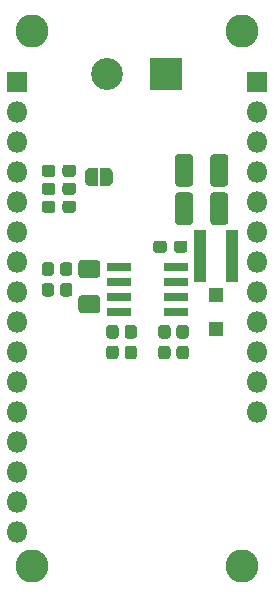
<source format=gbr>
%TF.GenerationSoftware,KiCad,Pcbnew,5.1.6-c6e7f7d~87~ubuntu18.04.1*%
%TF.CreationDate,2020-09-01T16:33:05-07:00*%
%TF.ProjectId,feather-power-supply-sw-smd,66656174-6865-4722-9d70-6f7765722d73,rev?*%
%TF.SameCoordinates,Original*%
%TF.FileFunction,Soldermask,Top*%
%TF.FilePolarity,Negative*%
%FSLAX46Y46*%
G04 Gerber Fmt 4.6, Leading zero omitted, Abs format (unit mm)*
G04 Created by KiCad (PCBNEW 5.1.6-c6e7f7d~87~ubuntu18.04.1) date 2020-09-01 16:33:05*
%MOMM*%
%LPD*%
G01*
G04 APERTURE LIST*
%ADD10R,1.101600X4.501600*%
%ADD11C,0.100000*%
%ADD12C,2.801600*%
%ADD13R,1.201600X1.201600*%
%ADD14R,2.101600X0.701600*%
%ADD15R,2.701600X2.701600*%
%ADD16C,2.701600*%
%ADD17O,1.801600X1.801600*%
%ADD18R,1.801600X1.801600*%
G04 APERTURE END LIST*
D10*
%TO.C,L1*%
X136045800Y-85496400D03*
X133295800Y-85496400D03*
%TD*%
%TO.C,C4*%
G36*
G01*
X132752800Y-80375225D02*
X132752800Y-82591175D01*
G75*
G02*
X132484975Y-82859000I-267825J0D01*
G01*
X131494025Y-82859000D01*
G75*
G02*
X131226200Y-82591175I0J267825D01*
G01*
X131226200Y-80375225D01*
G75*
G02*
X131494025Y-80107400I267825J0D01*
G01*
X132484975Y-80107400D01*
G75*
G02*
X132752800Y-80375225I0J-267825D01*
G01*
G37*
G36*
G01*
X135727800Y-80375225D02*
X135727800Y-82591175D01*
G75*
G02*
X135459975Y-82859000I-267825J0D01*
G01*
X134469025Y-82859000D01*
G75*
G02*
X134201200Y-82591175I0J267825D01*
G01*
X134201200Y-80375225D01*
G75*
G02*
X134469025Y-80107400I267825J0D01*
G01*
X135459975Y-80107400D01*
G75*
G02*
X135727800Y-80375225I0J-267825D01*
G01*
G37*
%TD*%
%TO.C,C9*%
G36*
G01*
X121685800Y-81593700D02*
X121685800Y-81067900D01*
G75*
G02*
X121948700Y-80805000I262900J0D01*
G01*
X122574500Y-80805000D01*
G75*
G02*
X122837400Y-81067900I0J-262900D01*
G01*
X122837400Y-81593700D01*
G75*
G02*
X122574500Y-81856600I-262900J0D01*
G01*
X121948700Y-81856600D01*
G75*
G02*
X121685800Y-81593700I0J262900D01*
G01*
G37*
G36*
G01*
X119935800Y-81593700D02*
X119935800Y-81067900D01*
G75*
G02*
X120198700Y-80805000I262900J0D01*
G01*
X120824500Y-80805000D01*
G75*
G02*
X121087400Y-81067900I0J-262900D01*
G01*
X121087400Y-81593700D01*
G75*
G02*
X120824500Y-81856600I-262900J0D01*
G01*
X120198700Y-81856600D01*
G75*
G02*
X119935800Y-81593700I0J262900D01*
G01*
G37*
%TD*%
%TO.C,C6*%
G36*
G01*
X132752800Y-77136725D02*
X132752800Y-79352675D01*
G75*
G02*
X132484975Y-79620500I-267825J0D01*
G01*
X131494025Y-79620500D01*
G75*
G02*
X131226200Y-79352675I0J267825D01*
G01*
X131226200Y-77136725D01*
G75*
G02*
X131494025Y-76868900I267825J0D01*
G01*
X132484975Y-76868900D01*
G75*
G02*
X132752800Y-77136725I0J-267825D01*
G01*
G37*
G36*
G01*
X135727800Y-77136725D02*
X135727800Y-79352675D01*
G75*
G02*
X135459975Y-79620500I-267825J0D01*
G01*
X134469025Y-79620500D01*
G75*
G02*
X134201200Y-79352675I0J267825D01*
G01*
X134201200Y-77136725D01*
G75*
G02*
X134469025Y-76868900I267825J0D01*
G01*
X135459975Y-76868900D01*
G75*
G02*
X135727800Y-77136725I0J-267825D01*
G01*
G37*
%TD*%
D11*
%TO.C,JP1*%
G36*
X124904889Y-79603324D02*
G01*
X124895360Y-79600433D01*
X124886577Y-79595739D01*
X124878879Y-79589421D01*
X124872561Y-79581723D01*
X124867867Y-79572940D01*
X124864976Y-79563411D01*
X124864000Y-79553500D01*
X124864000Y-78053500D01*
X124864976Y-78043589D01*
X124867867Y-78034060D01*
X124872561Y-78025277D01*
X124878879Y-78017579D01*
X124886577Y-78011261D01*
X124895360Y-78006567D01*
X124904889Y-78003676D01*
X124914800Y-78002700D01*
X125414800Y-78002700D01*
X125420913Y-78003302D01*
X125439334Y-78003302D01*
X125444314Y-78003547D01*
X125493145Y-78008357D01*
X125498075Y-78009088D01*
X125546200Y-78018660D01*
X125551037Y-78019872D01*
X125597992Y-78034116D01*
X125602685Y-78035795D01*
X125648018Y-78054572D01*
X125652526Y-78056704D01*
X125695799Y-78079835D01*
X125700073Y-78082397D01*
X125740872Y-78109657D01*
X125744877Y-78112627D01*
X125782806Y-78143755D01*
X125786500Y-78147103D01*
X125821197Y-78181800D01*
X125824545Y-78185494D01*
X125855673Y-78223423D01*
X125858643Y-78227428D01*
X125885903Y-78268227D01*
X125888465Y-78272501D01*
X125911596Y-78315774D01*
X125913728Y-78320282D01*
X125932505Y-78365615D01*
X125934184Y-78370308D01*
X125948428Y-78417263D01*
X125949640Y-78422100D01*
X125959212Y-78470225D01*
X125959943Y-78475155D01*
X125964753Y-78523986D01*
X125964998Y-78528966D01*
X125964998Y-78547387D01*
X125965600Y-78553500D01*
X125965600Y-79053500D01*
X125964998Y-79059613D01*
X125964998Y-79078034D01*
X125964753Y-79083014D01*
X125959943Y-79131845D01*
X125959212Y-79136775D01*
X125949640Y-79184900D01*
X125948428Y-79189737D01*
X125934184Y-79236692D01*
X125932505Y-79241385D01*
X125913728Y-79286718D01*
X125911596Y-79291226D01*
X125888465Y-79334499D01*
X125885903Y-79338773D01*
X125858643Y-79379572D01*
X125855673Y-79383577D01*
X125824545Y-79421506D01*
X125821197Y-79425200D01*
X125786500Y-79459897D01*
X125782806Y-79463245D01*
X125744877Y-79494373D01*
X125740872Y-79497343D01*
X125700073Y-79524603D01*
X125695799Y-79527165D01*
X125652526Y-79550296D01*
X125648018Y-79552428D01*
X125602685Y-79571205D01*
X125597992Y-79572884D01*
X125551037Y-79587128D01*
X125546200Y-79588340D01*
X125498075Y-79597912D01*
X125493145Y-79598643D01*
X125444314Y-79603453D01*
X125439334Y-79603698D01*
X125420913Y-79603698D01*
X125414800Y-79604300D01*
X124914800Y-79604300D01*
X124904889Y-79603324D01*
G37*
G36*
X124108687Y-79603698D02*
G01*
X124090266Y-79603698D01*
X124085286Y-79603453D01*
X124036455Y-79598643D01*
X124031525Y-79597912D01*
X123983400Y-79588340D01*
X123978563Y-79587128D01*
X123931608Y-79572884D01*
X123926915Y-79571205D01*
X123881582Y-79552428D01*
X123877074Y-79550296D01*
X123833801Y-79527165D01*
X123829527Y-79524603D01*
X123788728Y-79497343D01*
X123784723Y-79494373D01*
X123746794Y-79463245D01*
X123743100Y-79459897D01*
X123708403Y-79425200D01*
X123705055Y-79421506D01*
X123673927Y-79383577D01*
X123670957Y-79379572D01*
X123643697Y-79338773D01*
X123641135Y-79334499D01*
X123618004Y-79291226D01*
X123615872Y-79286718D01*
X123597095Y-79241385D01*
X123595416Y-79236692D01*
X123581172Y-79189737D01*
X123579960Y-79184900D01*
X123570388Y-79136775D01*
X123569657Y-79131845D01*
X123564847Y-79083014D01*
X123564602Y-79078034D01*
X123564602Y-79059613D01*
X123564000Y-79053500D01*
X123564000Y-78553500D01*
X123564602Y-78547387D01*
X123564602Y-78528966D01*
X123564847Y-78523986D01*
X123569657Y-78475155D01*
X123570388Y-78470225D01*
X123579960Y-78422100D01*
X123581172Y-78417263D01*
X123595416Y-78370308D01*
X123597095Y-78365615D01*
X123615872Y-78320282D01*
X123618004Y-78315774D01*
X123641135Y-78272501D01*
X123643697Y-78268227D01*
X123670957Y-78227428D01*
X123673927Y-78223423D01*
X123705055Y-78185494D01*
X123708403Y-78181800D01*
X123743100Y-78147103D01*
X123746794Y-78143755D01*
X123784723Y-78112627D01*
X123788728Y-78109657D01*
X123829527Y-78082397D01*
X123833801Y-78079835D01*
X123877074Y-78056704D01*
X123881582Y-78054572D01*
X123926915Y-78035795D01*
X123931608Y-78034116D01*
X123978563Y-78019872D01*
X123983400Y-78018660D01*
X124031525Y-78009088D01*
X124036455Y-78008357D01*
X124085286Y-78003547D01*
X124090266Y-78003302D01*
X124108687Y-78003302D01*
X124114800Y-78002700D01*
X124614800Y-78002700D01*
X124624711Y-78003676D01*
X124634240Y-78006567D01*
X124643023Y-78011261D01*
X124650721Y-78017579D01*
X124657039Y-78025277D01*
X124661733Y-78034060D01*
X124664624Y-78043589D01*
X124665600Y-78053500D01*
X124665600Y-79553500D01*
X124664624Y-79563411D01*
X124661733Y-79572940D01*
X124657039Y-79581723D01*
X124650721Y-79589421D01*
X124643023Y-79595739D01*
X124634240Y-79600433D01*
X124624711Y-79603324D01*
X124614800Y-79604300D01*
X124114800Y-79604300D01*
X124108687Y-79603698D01*
G37*
%TD*%
%TO.C,R2*%
G36*
G01*
X121685800Y-80069700D02*
X121685800Y-79543900D01*
G75*
G02*
X121948700Y-79281000I262900J0D01*
G01*
X122574500Y-79281000D01*
G75*
G02*
X122837400Y-79543900I0J-262900D01*
G01*
X122837400Y-80069700D01*
G75*
G02*
X122574500Y-80332600I-262900J0D01*
G01*
X121948700Y-80332600D01*
G75*
G02*
X121685800Y-80069700I0J262900D01*
G01*
G37*
G36*
G01*
X119935800Y-80069700D02*
X119935800Y-79543900D01*
G75*
G02*
X120198700Y-79281000I262900J0D01*
G01*
X120824500Y-79281000D01*
G75*
G02*
X121087400Y-79543900I0J-262900D01*
G01*
X121087400Y-80069700D01*
G75*
G02*
X120824500Y-80332600I-262900J0D01*
G01*
X120198700Y-80332600D01*
G75*
G02*
X119935800Y-80069700I0J262900D01*
G01*
G37*
%TD*%
D12*
%TO.C,H4*%
X119100600Y-111760000D03*
%TD*%
%TO.C,H3*%
X136906000Y-111760000D03*
%TD*%
%TO.C,H2*%
X136906000Y-66421000D03*
%TD*%
%TO.C,H1*%
X119100600Y-66446400D03*
%TD*%
%TO.C,C7*%
G36*
G01*
X120196600Y-87776800D02*
X120722400Y-87776800D01*
G75*
G02*
X120985300Y-88039700I0J-262900D01*
G01*
X120985300Y-88665500D01*
G75*
G02*
X120722400Y-88928400I-262900J0D01*
G01*
X120196600Y-88928400D01*
G75*
G02*
X119933700Y-88665500I0J262900D01*
G01*
X119933700Y-88039700D01*
G75*
G02*
X120196600Y-87776800I262900J0D01*
G01*
G37*
G36*
G01*
X120196600Y-86026800D02*
X120722400Y-86026800D01*
G75*
G02*
X120985300Y-86289700I0J-262900D01*
G01*
X120985300Y-86915500D01*
G75*
G02*
X120722400Y-87178400I-262900J0D01*
G01*
X120196600Y-87178400D01*
G75*
G02*
X119933700Y-86915500I0J262900D01*
G01*
X119933700Y-86289700D01*
G75*
G02*
X120196600Y-86026800I262900J0D01*
G01*
G37*
%TD*%
%TO.C,C8*%
G36*
G01*
X121746000Y-87776800D02*
X122271800Y-87776800D01*
G75*
G02*
X122534700Y-88039700I0J-262900D01*
G01*
X122534700Y-88665500D01*
G75*
G02*
X122271800Y-88928400I-262900J0D01*
G01*
X121746000Y-88928400D01*
G75*
G02*
X121483100Y-88665500I0J262900D01*
G01*
X121483100Y-88039700D01*
G75*
G02*
X121746000Y-87776800I262900J0D01*
G01*
G37*
G36*
G01*
X121746000Y-86026800D02*
X122271800Y-86026800D01*
G75*
G02*
X122534700Y-86289700I0J-262900D01*
G01*
X122534700Y-86915500D01*
G75*
G02*
X122271800Y-87178400I-262900J0D01*
G01*
X121746000Y-87178400D01*
G75*
G02*
X121483100Y-86915500I0J262900D01*
G01*
X121483100Y-86289700D01*
G75*
G02*
X121746000Y-86026800I262900J0D01*
G01*
G37*
%TD*%
%TO.C,C2*%
G36*
G01*
X123306725Y-88811400D02*
X124622675Y-88811400D01*
G75*
G02*
X124890500Y-89079225I0J-267825D01*
G01*
X124890500Y-90070175D01*
G75*
G02*
X124622675Y-90338000I-267825J0D01*
G01*
X123306725Y-90338000D01*
G75*
G02*
X123038900Y-90070175I0J267825D01*
G01*
X123038900Y-89079225D01*
G75*
G02*
X123306725Y-88811400I267825J0D01*
G01*
G37*
G36*
G01*
X123306725Y-85836400D02*
X124622675Y-85836400D01*
G75*
G02*
X124890500Y-86104225I0J-267825D01*
G01*
X124890500Y-87095175D01*
G75*
G02*
X124622675Y-87363000I-267825J0D01*
G01*
X123306725Y-87363000D01*
G75*
G02*
X123038900Y-87095175I0J267825D01*
G01*
X123038900Y-86104225D01*
G75*
G02*
X123306725Y-85836400I267825J0D01*
G01*
G37*
%TD*%
%TO.C,R4*%
G36*
G01*
X127207000Y-93085400D02*
X127732800Y-93085400D01*
G75*
G02*
X127995700Y-93348300I0J-262900D01*
G01*
X127995700Y-93974100D01*
G75*
G02*
X127732800Y-94237000I-262900J0D01*
G01*
X127207000Y-94237000D01*
G75*
G02*
X126944100Y-93974100I0J262900D01*
G01*
X126944100Y-93348300D01*
G75*
G02*
X127207000Y-93085400I262900J0D01*
G01*
G37*
G36*
G01*
X127207000Y-91335400D02*
X127732800Y-91335400D01*
G75*
G02*
X127995700Y-91598300I0J-262900D01*
G01*
X127995700Y-92224100D01*
G75*
G02*
X127732800Y-92487000I-262900J0D01*
G01*
X127207000Y-92487000D01*
G75*
G02*
X126944100Y-92224100I0J262900D01*
G01*
X126944100Y-91598300D01*
G75*
G02*
X127207000Y-91335400I262900J0D01*
G01*
G37*
%TD*%
D13*
%TO.C,D1*%
X134658100Y-91633500D03*
X134658100Y-88833500D03*
%TD*%
D14*
%TO.C,U1*%
X126442300Y-88950800D03*
X131342300Y-86410800D03*
X131342300Y-87680800D03*
X131342300Y-88950800D03*
X131342300Y-90220800D03*
X126442300Y-90220800D03*
X126442300Y-87680800D03*
X126442300Y-86410800D03*
%TD*%
%TO.C,R3*%
G36*
G01*
X130051800Y-93085400D02*
X130577600Y-93085400D01*
G75*
G02*
X130840500Y-93348300I0J-262900D01*
G01*
X130840500Y-93974100D01*
G75*
G02*
X130577600Y-94237000I-262900J0D01*
G01*
X130051800Y-94237000D01*
G75*
G02*
X129788900Y-93974100I0J262900D01*
G01*
X129788900Y-93348300D01*
G75*
G02*
X130051800Y-93085400I262900J0D01*
G01*
G37*
G36*
G01*
X130051800Y-91335400D02*
X130577600Y-91335400D01*
G75*
G02*
X130840500Y-91598300I0J-262900D01*
G01*
X130840500Y-92224100D01*
G75*
G02*
X130577600Y-92487000I-262900J0D01*
G01*
X130051800Y-92487000D01*
G75*
G02*
X129788900Y-92224100I0J262900D01*
G01*
X129788900Y-91598300D01*
G75*
G02*
X130051800Y-91335400I262900J0D01*
G01*
G37*
%TD*%
%TO.C,C5*%
G36*
G01*
X125657600Y-93085400D02*
X126183400Y-93085400D01*
G75*
G02*
X126446300Y-93348300I0J-262900D01*
G01*
X126446300Y-93974100D01*
G75*
G02*
X126183400Y-94237000I-262900J0D01*
G01*
X125657600Y-94237000D01*
G75*
G02*
X125394700Y-93974100I0J262900D01*
G01*
X125394700Y-93348300D01*
G75*
G02*
X125657600Y-93085400I262900J0D01*
G01*
G37*
G36*
G01*
X125657600Y-91335400D02*
X126183400Y-91335400D01*
G75*
G02*
X126446300Y-91598300I0J-262900D01*
G01*
X126446300Y-92224100D01*
G75*
G02*
X126183400Y-92487000I-262900J0D01*
G01*
X125657600Y-92487000D01*
G75*
G02*
X125394700Y-92224100I0J262900D01*
G01*
X125394700Y-91598300D01*
G75*
G02*
X125657600Y-91335400I262900J0D01*
G01*
G37*
%TD*%
%TO.C,C3*%
G36*
G01*
X132127000Y-92487000D02*
X131601200Y-92487000D01*
G75*
G02*
X131338300Y-92224100I0J262900D01*
G01*
X131338300Y-91598300D01*
G75*
G02*
X131601200Y-91335400I262900J0D01*
G01*
X132127000Y-91335400D01*
G75*
G02*
X132389900Y-91598300I0J-262900D01*
G01*
X132389900Y-92224100D01*
G75*
G02*
X132127000Y-92487000I-262900J0D01*
G01*
G37*
G36*
G01*
X132127000Y-94237000D02*
X131601200Y-94237000D01*
G75*
G02*
X131338300Y-93974100I0J262900D01*
G01*
X131338300Y-93348300D01*
G75*
G02*
X131601200Y-93085400I262900J0D01*
G01*
X132127000Y-93085400D01*
G75*
G02*
X132389900Y-93348300I0J-262900D01*
G01*
X132389900Y-93974100D01*
G75*
G02*
X132127000Y-94237000I-262900J0D01*
G01*
G37*
%TD*%
%TO.C,C1*%
G36*
G01*
X131121900Y-84971900D02*
X131121900Y-84446100D01*
G75*
G02*
X131384800Y-84183200I262900J0D01*
G01*
X132010600Y-84183200D01*
G75*
G02*
X132273500Y-84446100I0J-262900D01*
G01*
X132273500Y-84971900D01*
G75*
G02*
X132010600Y-85234800I-262900J0D01*
G01*
X131384800Y-85234800D01*
G75*
G02*
X131121900Y-84971900I0J262900D01*
G01*
G37*
G36*
G01*
X129371900Y-84971900D02*
X129371900Y-84446100D01*
G75*
G02*
X129634800Y-84183200I262900J0D01*
G01*
X130260600Y-84183200D01*
G75*
G02*
X130523500Y-84446100I0J-262900D01*
G01*
X130523500Y-84971900D01*
G75*
G02*
X130260600Y-85234800I-262900J0D01*
G01*
X129634800Y-85234800D01*
G75*
G02*
X129371900Y-84971900I0J262900D01*
G01*
G37*
%TD*%
D15*
%TO.C,J1*%
X130467100Y-70116700D03*
D16*
X125467100Y-70116700D03*
%TD*%
D17*
%TO.C,J3*%
X117856000Y-108839000D03*
X117856000Y-106299000D03*
X117856000Y-103759000D03*
X117856000Y-101219000D03*
X117856000Y-98679000D03*
X117856000Y-96139000D03*
X117856000Y-93599000D03*
X117856000Y-91059000D03*
X117856000Y-88519000D03*
X117856000Y-85979000D03*
X117856000Y-83439000D03*
X117856000Y-80899000D03*
X117856000Y-78359000D03*
X117856000Y-75819000D03*
X117856000Y-73279000D03*
D18*
X117856000Y-70739000D03*
%TD*%
%TO.C,R1*%
G36*
G01*
X121685800Y-78545700D02*
X121685800Y-78019900D01*
G75*
G02*
X121948700Y-77757000I262900J0D01*
G01*
X122574500Y-77757000D01*
G75*
G02*
X122837400Y-78019900I0J-262900D01*
G01*
X122837400Y-78545700D01*
G75*
G02*
X122574500Y-78808600I-262900J0D01*
G01*
X121948700Y-78808600D01*
G75*
G02*
X121685800Y-78545700I0J262900D01*
G01*
G37*
G36*
G01*
X119935800Y-78545700D02*
X119935800Y-78019900D01*
G75*
G02*
X120198700Y-77757000I262900J0D01*
G01*
X120824500Y-77757000D01*
G75*
G02*
X121087400Y-78019900I0J-262900D01*
G01*
X121087400Y-78545700D01*
G75*
G02*
X120824500Y-78808600I-262900J0D01*
G01*
X120198700Y-78808600D01*
G75*
G02*
X119935800Y-78545700I0J262900D01*
G01*
G37*
%TD*%
%TO.C,J2*%
X138176000Y-70739000D03*
D17*
X138176000Y-73279000D03*
X138176000Y-75819000D03*
X138176000Y-78359000D03*
X138176000Y-80899000D03*
X138176000Y-83439000D03*
X138176000Y-85979000D03*
X138176000Y-88519000D03*
X138176000Y-91059000D03*
X138176000Y-93599000D03*
X138176000Y-96139000D03*
X138176000Y-98679000D03*
%TD*%
M02*

</source>
